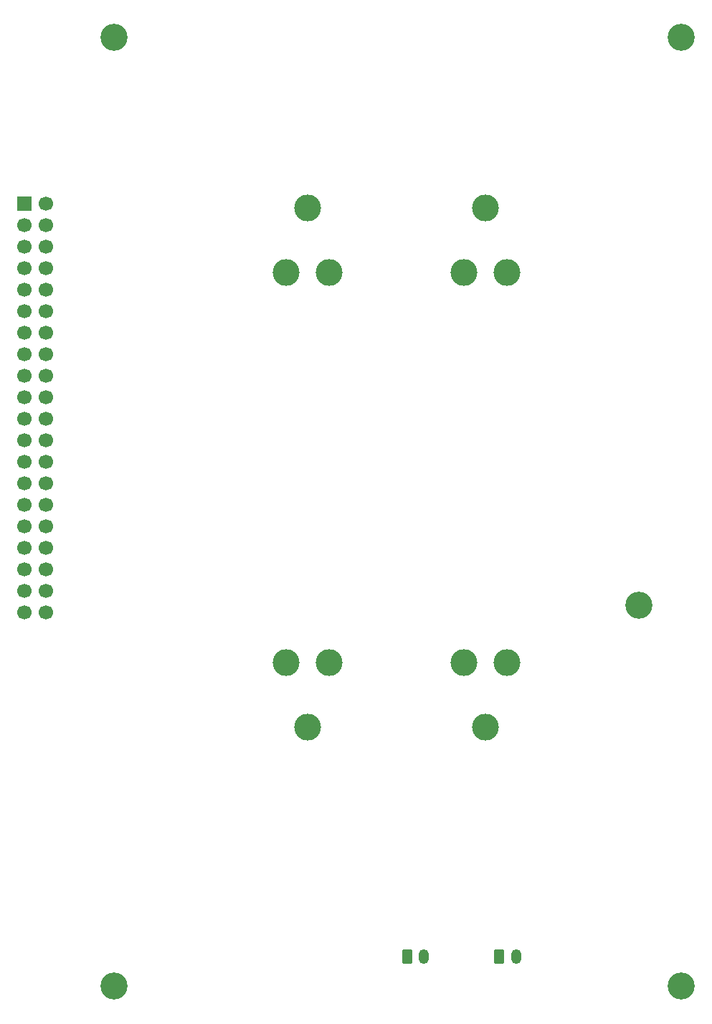
<source format=gbr>
%TF.GenerationSoftware,KiCad,Pcbnew,9.0.5*%
%TF.CreationDate,2025-11-24T08:34:37-05:00*%
%TF.ProjectId,devboard,64657662-6f61-4726-942e-6b696361645f,rev?*%
%TF.SameCoordinates,Original*%
%TF.FileFunction,Soldermask,Bot*%
%TF.FilePolarity,Negative*%
%FSLAX46Y46*%
G04 Gerber Fmt 4.6, Leading zero omitted, Abs format (unit mm)*
G04 Created by KiCad (PCBNEW 9.0.5) date 2025-11-24 08:34:37*
%MOMM*%
%LPD*%
G01*
G04 APERTURE LIST*
G04 Aperture macros list*
%AMRoundRect*
0 Rectangle with rounded corners*
0 $1 Rounding radius*
0 $2 $3 $4 $5 $6 $7 $8 $9 X,Y pos of 4 corners*
0 Add a 4 corners polygon primitive as box body*
4,1,4,$2,$3,$4,$5,$6,$7,$8,$9,$2,$3,0*
0 Add four circle primitives for the rounded corners*
1,1,$1+$1,$2,$3*
1,1,$1+$1,$4,$5*
1,1,$1+$1,$6,$7*
1,1,$1+$1,$8,$9*
0 Add four rect primitives between the rounded corners*
20,1,$1+$1,$2,$3,$4,$5,0*
20,1,$1+$1,$4,$5,$6,$7,0*
20,1,$1+$1,$6,$7,$8,$9,0*
20,1,$1+$1,$8,$9,$2,$3,0*%
G04 Aperture macros list end*
%ADD10C,3.200000*%
%ADD11RoundRect,0.250000X-0.350000X-0.625000X0.350000X-0.625000X0.350000X0.625000X-0.350000X0.625000X0*%
%ADD12O,1.200000X1.750000*%
%ADD13C,3.175000*%
%ADD14R,1.700000X1.700000*%
%ADD15C,1.700000*%
G04 APERTURE END LIST*
D10*
%TO.C,H1*%
X123617900Y-39225800D03*
%TD*%
D11*
%TO.C,J5*%
X169117887Y-147775834D03*
D12*
X171117887Y-147775834D03*
%TD*%
D10*
%TO.C,H3*%
X190617800Y-151225800D03*
%TD*%
%TO.C,H5*%
X185618000Y-106225900D03*
%TD*%
%TO.C,H4*%
X123617887Y-151225834D03*
%TD*%
D11*
%TO.C,J1*%
X158231220Y-147775834D03*
D12*
X160231220Y-147775834D03*
%TD*%
D10*
%TO.C,H2*%
X190617900Y-39225800D03*
%TD*%
D13*
%TO.C,BT2*%
X170040000Y-113000000D03*
X164960000Y-113000000D03*
X167500000Y-120620000D03*
X167500000Y-59380000D03*
X170040000Y-67000000D03*
X164960000Y-67000000D03*
%TD*%
D14*
%TO.C,J4*%
X113018000Y-58825900D03*
D15*
X115558000Y-58825900D03*
X113018000Y-61365900D03*
X115558000Y-61365900D03*
X113018000Y-63905900D03*
X115558000Y-63905900D03*
X113018000Y-66445900D03*
X115558000Y-66445900D03*
X113018000Y-68985900D03*
X115558000Y-68985900D03*
X113018000Y-71525900D03*
X115558000Y-71525900D03*
X113018000Y-74065900D03*
X115558000Y-74065900D03*
X113018000Y-76605900D03*
X115558000Y-76605900D03*
X113018000Y-79145900D03*
X115558000Y-79145900D03*
X113018000Y-81685900D03*
X115558000Y-81685900D03*
X113018000Y-84225900D03*
X115558000Y-84225900D03*
X113018000Y-86765900D03*
X115558000Y-86765900D03*
X113018000Y-89305900D03*
X115558000Y-89305900D03*
X113018000Y-91845900D03*
X115558000Y-91845900D03*
X113018000Y-94385900D03*
X115558000Y-94385900D03*
X113018000Y-96925900D03*
X115558000Y-96925900D03*
X113018000Y-99465900D03*
X115558000Y-99465900D03*
X113018000Y-102005900D03*
X115558000Y-102005900D03*
X113018000Y-104545900D03*
X115558000Y-104545900D03*
X113018000Y-107085900D03*
X115558000Y-107085900D03*
%TD*%
D13*
%TO.C,BT1*%
X143960000Y-67000000D03*
X149040000Y-67000000D03*
X146500000Y-59380000D03*
X146500000Y-120620000D03*
X143960000Y-113000000D03*
X149040000Y-113000000D03*
%TD*%
M02*

</source>
